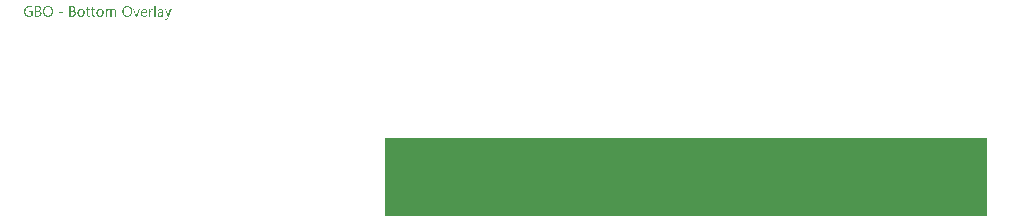
<source format=gbo>
G04*
G04 #@! TF.GenerationSoftware,Altium Limited,Altium Designer,22.2.1 (43)*
G04*
G04 Layer_Color=32896*
%FSLAX44Y44*%
%MOMM*%
G71*
G04*
G04 #@! TF.SameCoordinates,D623FA85-85CE-4992-9740-CC304F3E23A8*
G04*
G04*
G04 #@! TF.FilePolarity,Positive*
G04*
G01*
G75*
%ADD22R,51.0706X6.7000*%
G36*
X177874Y264631D02*
X178000Y264623D01*
X178149Y264615D01*
X178306Y264600D01*
X178486Y264576D01*
X178675Y264553D01*
X178871Y264521D01*
X179075Y264482D01*
X179279Y264435D01*
X179483Y264380D01*
X179687Y264317D01*
X179891Y264247D01*
X180079Y264160D01*
X180079Y263006D01*
X180064Y263014D01*
X180032Y263038D01*
X179970Y263069D01*
X179891Y263116D01*
X179781Y263163D01*
X179656Y263226D01*
X179514Y263281D01*
X179350Y263352D01*
X179177Y263415D01*
X178981Y263477D01*
X178769Y263532D01*
X178541Y263579D01*
X178298Y263626D01*
X178047Y263658D01*
X177788Y263681D01*
X177513Y263689D01*
X177450Y263689D01*
X177372Y263681D01*
X177262Y263674D01*
X177136Y263658D01*
X176987Y263634D01*
X176822Y263603D01*
X176642Y263564D01*
X176453Y263509D01*
X176257Y263438D01*
X176053Y263352D01*
X175841Y263250D01*
X175637Y263132D01*
X175441Y262999D01*
X175245Y262834D01*
X175056Y262653D01*
X175049Y262645D01*
X175017Y262606D01*
X174970Y262551D01*
X174907Y262465D01*
X174837Y262363D01*
X174750Y262245D01*
X174664Y262096D01*
X174578Y261931D01*
X174491Y261751D01*
X174405Y261547D01*
X174319Y261327D01*
X174248Y261091D01*
X174185Y260840D01*
X174138Y260573D01*
X174107Y260283D01*
X174099Y259985D01*
X174099Y259977D01*
X174099Y259969D01*
X174099Y259946D01*
X174099Y259914D01*
X174099Y259867D01*
X174107Y259820D01*
X174114Y259702D01*
X174122Y259561D01*
X174146Y259396D01*
X174170Y259216D01*
X174209Y259019D01*
X174256Y258808D01*
X174319Y258588D01*
X174389Y258368D01*
X174476Y258140D01*
X174578Y257921D01*
X174695Y257709D01*
X174829Y257505D01*
X174986Y257316D01*
X174994Y257308D01*
X175025Y257277D01*
X175080Y257230D01*
X175151Y257167D01*
X175237Y257097D01*
X175347Y257010D01*
X175472Y256924D01*
X175621Y256838D01*
X175786Y256743D01*
X175967Y256657D01*
X176163Y256579D01*
X176383Y256500D01*
X176610Y256437D01*
X176861Y256390D01*
X177120Y256359D01*
X177403Y256351D01*
X177505Y256351D01*
X177576Y256359D01*
X177670Y256367D01*
X177772Y256374D01*
X177890Y256382D01*
X178023Y256406D01*
X178157Y256422D01*
X178306Y256453D01*
X178604Y256523D01*
X178761Y256571D01*
X178910Y256633D01*
X179059Y256696D01*
X179208Y256767D01*
X179208Y259270D01*
X177254Y259270D01*
X177254Y260220D01*
X180260Y260220D01*
X180260Y256170D01*
X180244Y256162D01*
X180197Y256139D01*
X180127Y256100D01*
X180025Y256053D01*
X179899Y255998D01*
X179750Y255935D01*
X179577Y255864D01*
X179381Y255794D01*
X179169Y255723D01*
X178934Y255652D01*
X178690Y255590D01*
X178431Y255535D01*
X178157Y255487D01*
X177866Y255448D01*
X177576Y255425D01*
X177270Y255417D01*
X177183Y255417D01*
X177144Y255425D01*
X177089Y255425D01*
X177026Y255433D01*
X176956Y255433D01*
X176791Y255456D01*
X176602Y255480D01*
X176399Y255519D01*
X176171Y255574D01*
X175928Y255637D01*
X175676Y255715D01*
X175417Y255817D01*
X175158Y255935D01*
X174899Y256076D01*
X174648Y256241D01*
X174405Y256429D01*
X174177Y256641D01*
X174162Y256657D01*
X174130Y256696D01*
X174067Y256767D01*
X173997Y256869D01*
X173903Y256987D01*
X173808Y257136D01*
X173699Y257316D01*
X173589Y257512D01*
X173479Y257732D01*
X173369Y257983D01*
X173275Y258250D01*
X173181Y258541D01*
X173110Y258847D01*
X173047Y259184D01*
X173016Y259537D01*
X173000Y259906D01*
X173000Y259914D01*
X173000Y259930D01*
X173000Y259961D01*
X173000Y260000D01*
X173008Y260047D01*
X173008Y260110D01*
X173016Y260173D01*
X173024Y260252D01*
X173031Y260338D01*
X173039Y260424D01*
X173071Y260628D01*
X173110Y260864D01*
X173165Y261107D01*
X173235Y261374D01*
X173322Y261649D01*
X173424Y261931D01*
X173549Y262214D01*
X173706Y262496D01*
X173879Y262779D01*
X174083Y263046D01*
X174311Y263305D01*
X174326Y263320D01*
X174373Y263360D01*
X174444Y263430D01*
X174546Y263517D01*
X174680Y263611D01*
X174829Y263729D01*
X175009Y263846D01*
X175221Y263972D01*
X175449Y264097D01*
X175700Y264215D01*
X175967Y264333D01*
X176265Y264427D01*
X176579Y264513D01*
X176909Y264584D01*
X177262Y264623D01*
X177631Y264639D01*
X177772Y264639D01*
X177874Y264631D01*
X177874Y264631D02*
G37*
G36*
X249108Y262080D02*
X249155Y262080D01*
X249210Y262073D01*
X249343Y262049D01*
X249500Y262010D01*
X249681Y261955D01*
X249869Y261868D01*
X250065Y261766D01*
X250168Y261696D01*
X250262Y261625D01*
X250356Y261547D01*
X250450Y261452D01*
X250544Y261350D01*
X250630Y261241D01*
X250709Y261123D01*
X250788Y260989D01*
X250858Y260848D01*
X250921Y260691D01*
X250976Y260526D01*
X251031Y260346D01*
X251062Y260157D01*
X251094Y259946D01*
X251109Y259726D01*
X251117Y259490D01*
X251117Y255566D01*
X250097Y255566D01*
X250097Y259223D01*
X250097Y259239D01*
X250097Y259270D01*
X250097Y259326D01*
X250089Y259396D01*
X250089Y259482D01*
X250081Y259585D01*
X250073Y259694D01*
X250058Y259812D01*
X250018Y260063D01*
X249956Y260314D01*
X249924Y260440D01*
X249877Y260550D01*
X249822Y260660D01*
X249767Y260754D01*
X249767Y260762D01*
X249751Y260777D01*
X249736Y260801D01*
X249704Y260825D01*
X249673Y260864D01*
X249626Y260903D01*
X249571Y260942D01*
X249508Y260989D01*
X249438Y261036D01*
X249359Y261076D01*
X249265Y261115D01*
X249171Y261154D01*
X249061Y261178D01*
X248935Y261201D01*
X248810Y261217D01*
X248668Y261225D01*
X248606Y261225D01*
X248559Y261217D01*
X248504Y261209D01*
X248441Y261193D01*
X248284Y261154D01*
X248197Y261123D01*
X248111Y261076D01*
X248017Y261029D01*
X247931Y260974D01*
X247836Y260903D01*
X247742Y260825D01*
X247648Y260730D01*
X247562Y260628D01*
X247554Y260620D01*
X247546Y260605D01*
X247523Y260565D01*
X247491Y260526D01*
X247460Y260464D01*
X247421Y260393D01*
X247373Y260314D01*
X247334Y260228D01*
X247295Y260126D01*
X247248Y260016D01*
X247208Y259898D01*
X247177Y259773D01*
X247146Y259639D01*
X247130Y259498D01*
X247114Y259357D01*
X247106Y259200D01*
X247106Y255566D01*
X246086Y255566D01*
X246086Y259349D01*
X246086Y259357D01*
X246086Y259373D01*
X246086Y259396D01*
X246086Y259428D01*
X246078Y259475D01*
X246078Y259522D01*
X246063Y259639D01*
X246039Y259781D01*
X246008Y259946D01*
X245968Y260110D01*
X245906Y260291D01*
X245827Y260464D01*
X245733Y260628D01*
X245615Y260793D01*
X245474Y260934D01*
X245309Y261052D01*
X245215Y261099D01*
X245113Y261146D01*
X245003Y261178D01*
X244893Y261201D01*
X244768Y261217D01*
X244634Y261225D01*
X244571Y261225D01*
X244524Y261217D01*
X244461Y261209D01*
X244399Y261193D01*
X244242Y261154D01*
X244155Y261123D01*
X244069Y261084D01*
X243975Y261044D01*
X243881Y260989D01*
X243787Y260919D01*
X243692Y260848D01*
X243606Y260762D01*
X243520Y260660D01*
X243512Y260652D01*
X243504Y260636D01*
X243480Y260605D01*
X243449Y260558D01*
X243418Y260503D01*
X243386Y260440D01*
X243347Y260361D01*
X243308Y260267D01*
X243261Y260165D01*
X243221Y260055D01*
X243190Y259938D01*
X243159Y259812D01*
X243127Y259671D01*
X243104Y259522D01*
X243096Y259365D01*
X243088Y259200D01*
X243088Y255566D01*
X242068Y255566D01*
X242068Y261939D01*
X243088Y261939D01*
X243088Y260927D01*
X243112Y260927D01*
X243119Y260942D01*
X243143Y260974D01*
X243182Y261036D01*
X243237Y261107D01*
X243308Y261193D01*
X243394Y261296D01*
X243496Y261397D01*
X243614Y261507D01*
X243747Y261617D01*
X243896Y261719D01*
X244061Y261821D01*
X244234Y261908D01*
X244430Y261978D01*
X244642Y262041D01*
X244862Y262073D01*
X245097Y262088D01*
X245160Y262088D01*
X245207Y262080D01*
X245262Y262080D01*
X245333Y262073D01*
X245403Y262057D01*
X245482Y262041D01*
X245662Y262002D01*
X245851Y261931D01*
X246039Y261845D01*
X246133Y261782D01*
X246227Y261719D01*
X246235Y261711D01*
X246251Y261704D01*
X246275Y261680D01*
X246306Y261656D01*
X246392Y261570D01*
X246494Y261468D01*
X246604Y261327D01*
X246714Y261162D01*
X246816Y260974D01*
X246895Y260762D01*
X246903Y260777D01*
X246926Y260817D01*
X246973Y260887D01*
X247028Y260966D01*
X247106Y261068D01*
X247193Y261186D01*
X247303Y261303D01*
X247428Y261429D01*
X247570Y261547D01*
X247727Y261672D01*
X247899Y261782D01*
X248088Y261884D01*
X248300Y261963D01*
X248519Y262033D01*
X248763Y262073D01*
X249014Y262088D01*
X249069Y262088D01*
X249108Y262080D01*
X249108Y262080D02*
G37*
G36*
X281774Y262041D02*
X281860Y262041D01*
X281954Y262025D01*
X282056Y262010D01*
X282158Y261994D01*
X282245Y261963D01*
X282245Y260903D01*
X282229Y260911D01*
X282198Y260934D01*
X282135Y260966D01*
X282048Y261005D01*
X281931Y261044D01*
X281805Y261076D01*
X281648Y261099D01*
X281468Y261107D01*
X281405Y261107D01*
X281358Y261099D01*
X281303Y261091D01*
X281240Y261076D01*
X281091Y261029D01*
X281005Y260997D01*
X280918Y260958D01*
X280824Y260903D01*
X280730Y260848D01*
X280644Y260777D01*
X280549Y260691D01*
X280463Y260597D01*
X280377Y260487D01*
X280369Y260479D01*
X280361Y260456D01*
X280338Y260424D01*
X280306Y260377D01*
X280275Y260314D01*
X280236Y260236D01*
X280196Y260150D01*
X280157Y260047D01*
X280118Y259938D01*
X280079Y259812D01*
X280039Y259671D01*
X280008Y259522D01*
X279977Y259357D01*
X279953Y259184D01*
X279945Y259004D01*
X279937Y258808D01*
X279937Y255566D01*
X278917Y255566D01*
X278917Y261939D01*
X279937Y261939D01*
X279937Y260620D01*
X279961Y260620D01*
X279961Y260628D01*
X279969Y260652D01*
X279984Y260683D01*
X280000Y260730D01*
X280023Y260785D01*
X280055Y260856D01*
X280126Y261005D01*
X280220Y261178D01*
X280338Y261350D01*
X280471Y261515D01*
X280628Y261672D01*
X280636Y261680D01*
X280651Y261688D01*
X280675Y261704D01*
X280706Y261735D01*
X280746Y261758D01*
X280801Y261790D01*
X280918Y261861D01*
X281067Y261931D01*
X281240Y261994D01*
X281428Y262033D01*
X281530Y262041D01*
X281632Y262049D01*
X281695Y262049D01*
X281774Y262041D01*
X281774Y262041D02*
G37*
G36*
X205862Y258713D02*
X202464Y258713D01*
X202464Y259514D01*
X205862Y259514D01*
X205862Y258713D01*
X205862Y258713D02*
G37*
G36*
X295061Y254546D02*
X295061Y254538D01*
X295054Y254522D01*
X295038Y254499D01*
X295022Y254459D01*
X295007Y254412D01*
X294983Y254365D01*
X294920Y254240D01*
X294834Y254090D01*
X294740Y253918D01*
X294622Y253745D01*
X294489Y253557D01*
X294339Y253376D01*
X294175Y253196D01*
X293994Y253023D01*
X293798Y252874D01*
X293586Y252748D01*
X293476Y252701D01*
X293358Y252654D01*
X293241Y252615D01*
X293115Y252591D01*
X292989Y252576D01*
X292856Y252568D01*
X292793Y252568D01*
X292715Y252576D01*
X292621Y252576D01*
X292519Y252591D01*
X292409Y252607D01*
X292291Y252623D01*
X292189Y252654D01*
X292189Y253565D01*
X292205Y253557D01*
X292244Y253549D01*
X292307Y253533D01*
X292385Y253510D01*
X292479Y253486D01*
X292581Y253470D01*
X292691Y253463D01*
X292793Y253455D01*
X292825Y253455D01*
X292864Y253463D01*
X292919Y253470D01*
X292982Y253486D01*
X293060Y253502D01*
X293139Y253533D01*
X293233Y253572D01*
X293319Y253619D01*
X293421Y253682D01*
X293515Y253753D01*
X293610Y253839D01*
X293704Y253949D01*
X293798Y254067D01*
X293876Y254208D01*
X293955Y254373D01*
X294465Y255574D01*
X291977Y261939D01*
X293107Y261939D01*
X294834Y257034D01*
X294834Y257026D01*
X294842Y257010D01*
X294849Y256987D01*
X294865Y256940D01*
X294881Y256877D01*
X294897Y256790D01*
X294928Y256681D01*
X294959Y256547D01*
X294999Y256547D01*
X294999Y256555D01*
X295007Y256579D01*
X295014Y256610D01*
X295030Y256665D01*
X295046Y256728D01*
X295061Y256806D01*
X295093Y256908D01*
X295124Y257018D01*
X296937Y261939D01*
X297989Y261939D01*
X295061Y254546D01*
X295061Y254546D02*
G37*
G36*
X268619Y255566D02*
X267615Y255566D01*
X265205Y261939D01*
X266320Y261939D01*
X267945Y257308D01*
X267945Y257300D01*
X267952Y257285D01*
X267960Y257261D01*
X267976Y257222D01*
X267992Y257175D01*
X268007Y257128D01*
X268039Y257002D01*
X268078Y256869D01*
X268117Y256720D01*
X268141Y256563D01*
X268164Y256414D01*
X268188Y256414D01*
X268188Y256422D01*
X268188Y256437D01*
X268196Y256461D01*
X268204Y256492D01*
X268204Y256539D01*
X268219Y256586D01*
X268235Y256704D01*
X268266Y256838D01*
X268298Y256979D01*
X268345Y257128D01*
X268392Y257277D01*
X270079Y261939D01*
X271155Y261939D01*
X268619Y255566D01*
X268619Y255566D02*
G37*
G36*
X288845Y262080D02*
X288900Y262080D01*
X288955Y262073D01*
X289026Y262065D01*
X289104Y262049D01*
X289269Y262017D01*
X289465Y261963D01*
X289662Y261892D01*
X289874Y261790D01*
X290085Y261664D01*
X290187Y261594D01*
X290289Y261507D01*
X290384Y261413D01*
X290478Y261319D01*
X290564Y261209D01*
X290643Y261084D01*
X290721Y260958D01*
X290792Y260817D01*
X290847Y260660D01*
X290902Y260495D01*
X290941Y260322D01*
X290972Y260126D01*
X290988Y259930D01*
X290996Y259710D01*
X290996Y255566D01*
X289976Y255566D01*
X289976Y256555D01*
X289952Y256555D01*
X289944Y256539D01*
X289921Y256508D01*
X289881Y256453D01*
X289826Y256374D01*
X289756Y256288D01*
X289669Y256194D01*
X289575Y256092D01*
X289458Y255990D01*
X289324Y255880D01*
X289183Y255778D01*
X289018Y255684D01*
X288845Y255597D01*
X288649Y255519D01*
X288445Y255464D01*
X288225Y255433D01*
X287990Y255417D01*
X287896Y255417D01*
X287833Y255425D01*
X287754Y255433D01*
X287660Y255440D01*
X287558Y255456D01*
X287448Y255480D01*
X287205Y255542D01*
X287087Y255582D01*
X286962Y255629D01*
X286836Y255684D01*
X286718Y255754D01*
X286609Y255833D01*
X286499Y255919D01*
X286491Y255927D01*
X286475Y255943D01*
X286451Y255974D01*
X286412Y256013D01*
X286373Y256060D01*
X286334Y256123D01*
X286279Y256194D01*
X286232Y256272D01*
X286185Y256367D01*
X286138Y256469D01*
X286091Y256579D01*
X286051Y256696D01*
X286012Y256822D01*
X285989Y256955D01*
X285973Y257104D01*
X285965Y257253D01*
X285965Y257261D01*
X285965Y257277D01*
X285965Y257300D01*
X285973Y257332D01*
X285973Y257371D01*
X285981Y257418D01*
X285996Y257536D01*
X286028Y257677D01*
X286075Y257834D01*
X286138Y258007D01*
X286232Y258187D01*
X286342Y258368D01*
X286475Y258549D01*
X286561Y258635D01*
X286648Y258721D01*
X286750Y258808D01*
X286852Y258886D01*
X286970Y258964D01*
X287095Y259035D01*
X287229Y259098D01*
X287378Y259161D01*
X287535Y259216D01*
X287700Y259263D01*
X287880Y259302D01*
X288068Y259333D01*
X289976Y259600D01*
X289976Y259608D01*
X289976Y259616D01*
X289976Y259639D01*
X289976Y259671D01*
X289968Y259749D01*
X289952Y259851D01*
X289936Y259977D01*
X289905Y260118D01*
X289866Y260259D01*
X289811Y260416D01*
X289740Y260565D01*
X289654Y260715D01*
X289552Y260848D01*
X289426Y260974D01*
X289269Y261076D01*
X289097Y261154D01*
X289002Y261186D01*
X288892Y261209D01*
X288783Y261217D01*
X288665Y261225D01*
X288610Y261225D01*
X288555Y261217D01*
X288469Y261209D01*
X288367Y261201D01*
X288249Y261186D01*
X288116Y261162D01*
X287974Y261131D01*
X287817Y261084D01*
X287652Y261036D01*
X287480Y260974D01*
X287299Y260895D01*
X287119Y260801D01*
X286938Y260699D01*
X286758Y260581D01*
X286585Y260440D01*
X286585Y261484D01*
X286593Y261492D01*
X286624Y261507D01*
X286679Y261539D01*
X286750Y261578D01*
X286844Y261625D01*
X286946Y261672D01*
X287072Y261727D01*
X287213Y261790D01*
X287362Y261845D01*
X287527Y261900D01*
X287707Y261947D01*
X287896Y261994D01*
X288100Y262033D01*
X288304Y262065D01*
X288524Y262080D01*
X288751Y262088D01*
X288806Y262088D01*
X288845Y262080D01*
X288845Y262080D02*
G37*
G36*
X284372Y255566D02*
X283351Y255566D01*
X283351Y265000D01*
X284372Y265000D01*
X284372Y255566D01*
X284372Y255566D02*
G37*
G36*
X214056Y264482D02*
X214150Y264474D01*
X214260Y264459D01*
X214386Y264443D01*
X214527Y264419D01*
X214668Y264388D01*
X214817Y264349D01*
X214974Y264301D01*
X215124Y264247D01*
X215280Y264184D01*
X215422Y264105D01*
X215563Y264019D01*
X215696Y263917D01*
X215704Y263909D01*
X215728Y263893D01*
X215759Y263862D01*
X215798Y263815D01*
X215853Y263760D01*
X215908Y263689D01*
X215971Y263611D01*
X216034Y263524D01*
X216097Y263422D01*
X216159Y263313D01*
X216214Y263187D01*
X216269Y263061D01*
X216309Y262920D01*
X216340Y262771D01*
X216364Y262614D01*
X216371Y262449D01*
X216371Y262441D01*
X216371Y262418D01*
X216371Y262379D01*
X216364Y262324D01*
X216356Y262253D01*
X216348Y262182D01*
X216340Y262096D01*
X216324Y262002D01*
X216269Y261790D01*
X216199Y261570D01*
X216152Y261452D01*
X216097Y261343D01*
X216034Y261233D01*
X215963Y261123D01*
X215955Y261115D01*
X215948Y261099D01*
X215924Y261068D01*
X215885Y261029D01*
X215846Y260989D01*
X215798Y260934D01*
X215736Y260879D01*
X215673Y260817D01*
X215594Y260754D01*
X215508Y260683D01*
X215414Y260620D01*
X215312Y260550D01*
X215202Y260487D01*
X215092Y260432D01*
X214833Y260330D01*
X214833Y260306D01*
X214841Y260306D01*
X214872Y260299D01*
X214919Y260291D01*
X214982Y260283D01*
X215061Y260267D01*
X215147Y260244D01*
X215249Y260212D01*
X215351Y260181D01*
X215579Y260095D01*
X215704Y260040D01*
X215822Y259969D01*
X215940Y259898D01*
X216057Y259820D01*
X216175Y259726D01*
X216277Y259624D01*
X216285Y259616D01*
X216301Y259600D01*
X216324Y259569D01*
X216364Y259522D01*
X216403Y259459D01*
X216450Y259396D01*
X216497Y259310D01*
X216552Y259223D01*
X216599Y259121D01*
X216646Y259004D01*
X216693Y258886D01*
X216732Y258752D01*
X216772Y258603D01*
X216795Y258454D01*
X216811Y258297D01*
X216819Y258125D01*
X216819Y258109D01*
X216819Y258078D01*
X216811Y258015D01*
X216803Y257936D01*
X216795Y257834D01*
X216772Y257724D01*
X216748Y257599D01*
X216717Y257465D01*
X216670Y257316D01*
X216615Y257167D01*
X216552Y257018D01*
X216473Y256861D01*
X216379Y256704D01*
X216269Y256555D01*
X216144Y256414D01*
X215995Y256272D01*
X215987Y256264D01*
X215955Y256241D01*
X215908Y256210D01*
X215846Y256162D01*
X215767Y256108D01*
X215665Y256053D01*
X215555Y255982D01*
X215430Y255919D01*
X215280Y255856D01*
X215124Y255794D01*
X214959Y255731D01*
X214770Y255676D01*
X214574Y255629D01*
X214370Y255597D01*
X214150Y255574D01*
X213923Y255566D01*
X211325Y255566D01*
X211325Y264490D01*
X213970Y264490D01*
X214056Y264482D01*
X214056Y264482D02*
G37*
G36*
X185063Y264482D02*
X185158Y264474D01*
X185267Y264459D01*
X185393Y264443D01*
X185534Y264419D01*
X185676Y264388D01*
X185825Y264349D01*
X185982Y264301D01*
X186131Y264247D01*
X186288Y264184D01*
X186429Y264105D01*
X186570Y264019D01*
X186704Y263917D01*
X186712Y263909D01*
X186735Y263893D01*
X186766Y263862D01*
X186806Y263815D01*
X186861Y263760D01*
X186916Y263689D01*
X186978Y263611D01*
X187041Y263524D01*
X187104Y263422D01*
X187167Y263313D01*
X187222Y263187D01*
X187277Y263061D01*
X187316Y262920D01*
X187347Y262771D01*
X187371Y262614D01*
X187379Y262449D01*
X187379Y262441D01*
X187379Y262418D01*
X187379Y262379D01*
X187371Y262324D01*
X187363Y262253D01*
X187355Y262182D01*
X187347Y262096D01*
X187332Y262002D01*
X187277Y261790D01*
X187206Y261570D01*
X187159Y261452D01*
X187104Y261343D01*
X187041Y261233D01*
X186971Y261123D01*
X186963Y261115D01*
X186955Y261099D01*
X186931Y261068D01*
X186892Y261029D01*
X186853Y260989D01*
X186806Y260934D01*
X186743Y260879D01*
X186680Y260817D01*
X186602Y260754D01*
X186515Y260683D01*
X186421Y260620D01*
X186319Y260550D01*
X186209Y260487D01*
X186099Y260432D01*
X185840Y260330D01*
X185840Y260306D01*
X185848Y260306D01*
X185880Y260299D01*
X185927Y260291D01*
X185989Y260283D01*
X186068Y260267D01*
X186154Y260244D01*
X186256Y260212D01*
X186358Y260181D01*
X186586Y260095D01*
X186712Y260040D01*
X186829Y259969D01*
X186947Y259898D01*
X187065Y259820D01*
X187183Y259726D01*
X187285Y259624D01*
X187292Y259616D01*
X187308Y259600D01*
X187332Y259569D01*
X187371Y259522D01*
X187410Y259459D01*
X187457Y259396D01*
X187504Y259310D01*
X187559Y259223D01*
X187606Y259121D01*
X187653Y259004D01*
X187701Y258886D01*
X187740Y258752D01*
X187779Y258603D01*
X187803Y258454D01*
X187818Y258297D01*
X187826Y258125D01*
X187826Y258109D01*
X187826Y258078D01*
X187818Y258015D01*
X187810Y257936D01*
X187803Y257834D01*
X187779Y257724D01*
X187755Y257599D01*
X187724Y257465D01*
X187677Y257316D01*
X187622Y257167D01*
X187559Y257018D01*
X187481Y256861D01*
X187386Y256704D01*
X187277Y256555D01*
X187151Y256414D01*
X187002Y256272D01*
X186994Y256264D01*
X186963Y256241D01*
X186916Y256210D01*
X186853Y256162D01*
X186774Y256108D01*
X186672Y256053D01*
X186562Y255982D01*
X186437Y255919D01*
X186288Y255856D01*
X186131Y255794D01*
X185966Y255731D01*
X185778Y255676D01*
X185581Y255629D01*
X185377Y255597D01*
X185158Y255574D01*
X184930Y255566D01*
X182332Y255566D01*
X182332Y264490D01*
X184977Y264490D01*
X185063Y264482D01*
X185063Y264482D02*
G37*
G36*
X231629Y261939D02*
X233238Y261939D01*
X233238Y261060D01*
X231629Y261060D01*
X231629Y257473D01*
X231629Y257465D01*
X231629Y257442D01*
X231629Y257410D01*
X231629Y257371D01*
X231637Y257316D01*
X231645Y257253D01*
X231660Y257120D01*
X231684Y256963D01*
X231723Y256814D01*
X231778Y256673D01*
X231810Y256610D01*
X231849Y256555D01*
X231857Y256547D01*
X231888Y256516D01*
X231943Y256469D01*
X232022Y256422D01*
X232124Y256367D01*
X232249Y256327D01*
X232398Y256296D01*
X232571Y256280D01*
X232634Y256280D01*
X232704Y256288D01*
X232799Y256304D01*
X232901Y256335D01*
X233018Y256367D01*
X233128Y256422D01*
X233238Y256492D01*
X233238Y255621D01*
X233230Y255621D01*
X233222Y255613D01*
X233199Y255605D01*
X233175Y255590D01*
X233089Y255558D01*
X232987Y255527D01*
X232846Y255495D01*
X232681Y255464D01*
X232492Y255440D01*
X232281Y255433D01*
X232210Y255433D01*
X232124Y255448D01*
X232022Y255464D01*
X231896Y255487D01*
X231755Y255535D01*
X231598Y255590D01*
X231449Y255668D01*
X231292Y255762D01*
X231135Y255888D01*
X230993Y256037D01*
X230931Y256123D01*
X230868Y256217D01*
X230813Y256320D01*
X230766Y256429D01*
X230719Y256547D01*
X230679Y256681D01*
X230648Y256814D01*
X230625Y256963D01*
X230617Y257120D01*
X230609Y257293D01*
X230609Y261060D01*
X229518Y261060D01*
X229518Y261939D01*
X230609Y261939D01*
X230609Y263493D01*
X231629Y263823D01*
X231629Y261939D01*
X231629Y261939D02*
G37*
G36*
X227312Y261939D02*
X228921Y261939D01*
X228921Y261060D01*
X227312Y261060D01*
X227312Y257473D01*
X227312Y257465D01*
X227312Y257442D01*
X227312Y257410D01*
X227312Y257371D01*
X227320Y257316D01*
X227328Y257253D01*
X227344Y257120D01*
X227367Y256963D01*
X227407Y256814D01*
X227461Y256673D01*
X227493Y256610D01*
X227532Y256555D01*
X227540Y256547D01*
X227571Y256516D01*
X227626Y256469D01*
X227705Y256422D01*
X227807Y256367D01*
X227932Y256327D01*
X228081Y256296D01*
X228254Y256280D01*
X228317Y256280D01*
X228388Y256288D01*
X228482Y256304D01*
X228584Y256335D01*
X228701Y256367D01*
X228811Y256422D01*
X228921Y256492D01*
X228921Y255621D01*
X228913Y255621D01*
X228906Y255613D01*
X228882Y255605D01*
X228859Y255590D01*
X228772Y255558D01*
X228670Y255527D01*
X228529Y255495D01*
X228364Y255464D01*
X228176Y255440D01*
X227964Y255433D01*
X227893Y255433D01*
X227807Y255448D01*
X227705Y255464D01*
X227579Y255487D01*
X227438Y255535D01*
X227281Y255590D01*
X227132Y255668D01*
X226975Y255762D01*
X226818Y255888D01*
X226677Y256037D01*
X226614Y256123D01*
X226551Y256217D01*
X226496Y256320D01*
X226449Y256429D01*
X226402Y256547D01*
X226363Y256681D01*
X226331Y256814D01*
X226308Y256963D01*
X226300Y257120D01*
X226292Y257293D01*
X226292Y261060D01*
X225201Y261060D01*
X225201Y261939D01*
X226292Y261939D01*
X226292Y263493D01*
X227312Y263823D01*
X227312Y261939D01*
X227312Y261939D02*
G37*
G36*
X274875Y262080D02*
X274961Y262073D01*
X275071Y262065D01*
X275189Y262049D01*
X275322Y262017D01*
X275464Y261986D01*
X275620Y261947D01*
X275777Y261892D01*
X275934Y261821D01*
X276099Y261743D01*
X276256Y261649D01*
X276405Y261539D01*
X276555Y261413D01*
X276688Y261272D01*
X276696Y261264D01*
X276719Y261233D01*
X276751Y261186D01*
X276798Y261123D01*
X276845Y261044D01*
X276908Y260942D01*
X276970Y260825D01*
X277033Y260691D01*
X277096Y260534D01*
X277159Y260369D01*
X277222Y260181D01*
X277269Y259985D01*
X277316Y259765D01*
X277347Y259537D01*
X277371Y259286D01*
X277379Y259027D01*
X277379Y258493D01*
X272873Y258493D01*
X272873Y258478D01*
X272873Y258446D01*
X272881Y258391D01*
X272889Y258321D01*
X272897Y258227D01*
X272913Y258125D01*
X272928Y258015D01*
X272960Y257889D01*
X273030Y257622D01*
X273078Y257489D01*
X273132Y257348D01*
X273195Y257214D01*
X273266Y257081D01*
X273352Y256963D01*
X273446Y256845D01*
X273454Y256838D01*
X273470Y256822D01*
X273501Y256790D01*
X273548Y256759D01*
X273603Y256712D01*
X273674Y256665D01*
X273752Y256610D01*
X273839Y256563D01*
X273941Y256508D01*
X274059Y256453D01*
X274176Y256406D01*
X274318Y256359D01*
X274459Y256327D01*
X274616Y256296D01*
X274781Y256280D01*
X274953Y256272D01*
X275000Y256272D01*
X275055Y256280D01*
X275134Y256280D01*
X275228Y256296D01*
X275338Y256312D01*
X275464Y256335D01*
X275605Y256359D01*
X275754Y256398D01*
X275911Y256445D01*
X276076Y256500D01*
X276241Y256571D01*
X276413Y256649D01*
X276586Y256743D01*
X276758Y256853D01*
X276931Y256979D01*
X276931Y256021D01*
X276923Y256013D01*
X276892Y255998D01*
X276845Y255966D01*
X276782Y255927D01*
X276696Y255880D01*
X276594Y255833D01*
X276476Y255778D01*
X276343Y255723D01*
X276186Y255660D01*
X276021Y255605D01*
X275840Y255558D01*
X275644Y255511D01*
X275432Y255472D01*
X275205Y255440D01*
X274961Y255425D01*
X274710Y255417D01*
X274647Y255417D01*
X274585Y255425D01*
X274490Y255433D01*
X274373Y255440D01*
X274239Y255464D01*
X274098Y255487D01*
X273941Y255527D01*
X273776Y255574D01*
X273603Y255629D01*
X273423Y255699D01*
X273250Y255778D01*
X273070Y255880D01*
X272905Y255998D01*
X272740Y256131D01*
X272591Y256280D01*
X272583Y256288D01*
X272560Y256320D01*
X272520Y256374D01*
X272473Y256445D01*
X272410Y256531D01*
X272348Y256641D01*
X272277Y256767D01*
X272206Y256916D01*
X272136Y257073D01*
X272065Y257261D01*
X272002Y257458D01*
X271940Y257677D01*
X271892Y257913D01*
X271853Y258164D01*
X271830Y258439D01*
X271822Y258721D01*
X271822Y258729D01*
X271822Y258737D01*
X271822Y258760D01*
X271822Y258784D01*
X271830Y258862D01*
X271838Y258972D01*
X271845Y259098D01*
X271869Y259239D01*
X271892Y259404D01*
X271924Y259585D01*
X271971Y259773D01*
X272026Y259969D01*
X272097Y260173D01*
X272175Y260377D01*
X272269Y260573D01*
X272387Y260777D01*
X272512Y260966D01*
X272662Y261146D01*
X272669Y261154D01*
X272701Y261186D01*
X272748Y261233D01*
X272811Y261296D01*
X272897Y261366D01*
X272999Y261445D01*
X273109Y261531D01*
X273242Y261617D01*
X273384Y261704D01*
X273548Y261790D01*
X273721Y261868D01*
X273902Y261939D01*
X274098Y262002D01*
X274310Y262049D01*
X274529Y262080D01*
X274757Y262088D01*
X274812Y262088D01*
X274875Y262080D01*
X274875Y262080D02*
G37*
G36*
X260551Y264631D02*
X260606Y264631D01*
X260661Y264623D01*
X260732Y264623D01*
X260889Y264600D01*
X261069Y264576D01*
X261273Y264537D01*
X261493Y264482D01*
X261721Y264419D01*
X261964Y264333D01*
X262207Y264231D01*
X262458Y264113D01*
X262710Y263972D01*
X262945Y263807D01*
X263180Y263611D01*
X263400Y263391D01*
X263416Y263375D01*
X263447Y263336D01*
X263502Y263265D01*
X263581Y263163D01*
X263659Y263038D01*
X263761Y262889D01*
X263863Y262716D01*
X263965Y262520D01*
X264067Y262292D01*
X264169Y262049D01*
X264271Y261782D01*
X264358Y261492D01*
X264428Y261178D01*
X264483Y260848D01*
X264515Y260503D01*
X264530Y260134D01*
X264530Y260126D01*
X264530Y260110D01*
X264530Y260079D01*
X264530Y260040D01*
X264523Y259985D01*
X264523Y259922D01*
X264515Y259851D01*
X264515Y259773D01*
X264507Y259687D01*
X264499Y259592D01*
X264468Y259380D01*
X264436Y259137D01*
X264389Y258886D01*
X264326Y258611D01*
X264248Y258329D01*
X264154Y258046D01*
X264044Y257756D01*
X263910Y257473D01*
X263753Y257191D01*
X263573Y256932D01*
X263369Y256681D01*
X263353Y256665D01*
X263314Y256625D01*
X263251Y256563D01*
X263157Y256484D01*
X263039Y256390D01*
X262898Y256280D01*
X262741Y256170D01*
X262553Y256053D01*
X262341Y255935D01*
X262105Y255817D01*
X261854Y255707D01*
X261579Y255613D01*
X261281Y255535D01*
X260967Y255472D01*
X260630Y255433D01*
X260277Y255417D01*
X260190Y255417D01*
X260151Y255425D01*
X260096Y255425D01*
X260033Y255433D01*
X259963Y255440D01*
X259798Y255456D01*
X259617Y255480D01*
X259405Y255519D01*
X259186Y255574D01*
X258942Y255637D01*
X258699Y255723D01*
X258448Y255825D01*
X258189Y255943D01*
X257938Y256084D01*
X257694Y256257D01*
X257451Y256445D01*
X257231Y256665D01*
X257215Y256681D01*
X257184Y256720D01*
X257129Y256790D01*
X257051Y256892D01*
X256964Y257018D01*
X256870Y257167D01*
X256768Y257340D01*
X256666Y257544D01*
X256556Y257764D01*
X256454Y258007D01*
X256360Y258274D01*
X256274Y258564D01*
X256195Y258878D01*
X256140Y259208D01*
X256109Y259553D01*
X256093Y259922D01*
X256093Y259930D01*
X256093Y259946D01*
X256093Y259977D01*
X256093Y260016D01*
X256101Y260071D01*
X256101Y260126D01*
X256109Y260197D01*
X256109Y260275D01*
X256117Y260361D01*
X256132Y260464D01*
X256156Y260668D01*
X256187Y260903D01*
X256242Y261154D01*
X256297Y261429D01*
X256376Y261704D01*
X256470Y261986D01*
X256580Y262276D01*
X256713Y262559D01*
X256870Y262834D01*
X257051Y263101D01*
X257255Y263352D01*
X257271Y263368D01*
X257310Y263407D01*
X257372Y263470D01*
X257467Y263556D01*
X257584Y263650D01*
X257733Y263760D01*
X257898Y263878D01*
X258087Y263995D01*
X258307Y264113D01*
X258542Y264231D01*
X258801Y264341D01*
X259083Y264435D01*
X259390Y264521D01*
X259711Y264584D01*
X260057Y264623D01*
X260426Y264639D01*
X260504Y264639D01*
X260551Y264631D01*
X260551Y264631D02*
G37*
G36*
X237547Y262080D02*
X237649Y262073D01*
X237767Y262065D01*
X237908Y262041D01*
X238057Y262017D01*
X238222Y261978D01*
X238402Y261931D01*
X238583Y261876D01*
X238764Y261806D01*
X238952Y261719D01*
X239132Y261617D01*
X239313Y261500D01*
X239478Y261366D01*
X239635Y261209D01*
X239643Y261201D01*
X239666Y261170D01*
X239705Y261115D01*
X239760Y261044D01*
X239823Y260958D01*
X239886Y260848D01*
X239964Y260723D01*
X240035Y260573D01*
X240113Y260409D01*
X240184Y260228D01*
X240247Y260032D01*
X240310Y259812D01*
X240365Y259577D01*
X240404Y259326D01*
X240427Y259059D01*
X240435Y258776D01*
X240435Y258768D01*
X240435Y258760D01*
X240435Y258737D01*
X240435Y258705D01*
X240427Y258627D01*
X240420Y258525D01*
X240412Y258391D01*
X240388Y258242D01*
X240365Y258078D01*
X240325Y257897D01*
X240278Y257709D01*
X240223Y257505D01*
X240153Y257300D01*
X240074Y257097D01*
X239972Y256892D01*
X239854Y256696D01*
X239721Y256508D01*
X239572Y256327D01*
X239564Y256320D01*
X239533Y256288D01*
X239485Y256241D01*
X239415Y256186D01*
X239329Y256115D01*
X239226Y256037D01*
X239101Y255958D01*
X238960Y255872D01*
X238803Y255786D01*
X238630Y255707D01*
X238442Y255629D01*
X238238Y255558D01*
X238010Y255503D01*
X237775Y255456D01*
X237531Y255425D01*
X237264Y255417D01*
X237202Y255417D01*
X237131Y255425D01*
X237029Y255433D01*
X236911Y255440D01*
X236770Y255464D01*
X236621Y255487D01*
X236456Y255527D01*
X236275Y255574D01*
X236095Y255637D01*
X235907Y255707D01*
X235718Y255794D01*
X235530Y255896D01*
X235341Y256013D01*
X235169Y256147D01*
X235004Y256304D01*
X234996Y256312D01*
X234965Y256343D01*
X234925Y256398D01*
X234870Y256469D01*
X234808Y256555D01*
X234737Y256665D01*
X234667Y256790D01*
X234588Y256940D01*
X234510Y257097D01*
X234431Y257277D01*
X234360Y257473D01*
X234298Y257685D01*
X234243Y257905D01*
X234203Y258148D01*
X234172Y258407D01*
X234164Y258674D01*
X234164Y258682D01*
X234164Y258690D01*
X234164Y258713D01*
X234164Y258745D01*
X234172Y258831D01*
X234180Y258941D01*
X234188Y259074D01*
X234211Y259231D01*
X234235Y259404D01*
X234274Y259592D01*
X234321Y259788D01*
X234376Y259993D01*
X234447Y260205D01*
X234533Y260416D01*
X234635Y260620D01*
X234745Y260817D01*
X234878Y261005D01*
X235035Y261186D01*
X235043Y261193D01*
X235075Y261225D01*
X235130Y261272D01*
X235200Y261327D01*
X235287Y261397D01*
X235396Y261468D01*
X235522Y261555D01*
X235663Y261641D01*
X235820Y261719D01*
X236001Y261806D01*
X236197Y261876D01*
X236409Y261947D01*
X236637Y262002D01*
X236880Y262049D01*
X237139Y262080D01*
X237414Y262088D01*
X237476Y262088D01*
X237547Y262080D01*
X237547Y262080D02*
G37*
G36*
X221442Y262080D02*
X221544Y262073D01*
X221661Y262065D01*
X221803Y262041D01*
X221952Y262017D01*
X222117Y261978D01*
X222297Y261931D01*
X222478Y261876D01*
X222658Y261806D01*
X222847Y261719D01*
X223027Y261617D01*
X223207Y261500D01*
X223372Y261366D01*
X223529Y261209D01*
X223537Y261201D01*
X223561Y261170D01*
X223600Y261115D01*
X223655Y261044D01*
X223718Y260958D01*
X223780Y260848D01*
X223859Y260723D01*
X223930Y260573D01*
X224008Y260409D01*
X224079Y260228D01*
X224142Y260032D01*
X224204Y259812D01*
X224259Y259577D01*
X224298Y259326D01*
X224322Y259059D01*
X224330Y258776D01*
X224330Y258768D01*
X224330Y258760D01*
X224330Y258737D01*
X224330Y258705D01*
X224322Y258627D01*
X224314Y258525D01*
X224306Y258391D01*
X224283Y258242D01*
X224259Y258078D01*
X224220Y257897D01*
X224173Y257709D01*
X224118Y257505D01*
X224047Y257300D01*
X223969Y257097D01*
X223867Y256892D01*
X223749Y256696D01*
X223616Y256508D01*
X223466Y256327D01*
X223459Y256320D01*
X223427Y256288D01*
X223380Y256241D01*
X223310Y256186D01*
X223223Y256115D01*
X223121Y256037D01*
X222996Y255958D01*
X222854Y255872D01*
X222697Y255786D01*
X222525Y255707D01*
X222336Y255629D01*
X222132Y255558D01*
X221905Y255503D01*
X221669Y255456D01*
X221426Y255425D01*
X221159Y255417D01*
X221096Y255417D01*
X221026Y255425D01*
X220924Y255433D01*
X220806Y255440D01*
X220665Y255464D01*
X220515Y255487D01*
X220351Y255527D01*
X220170Y255574D01*
X219990Y255637D01*
X219801Y255707D01*
X219613Y255794D01*
X219424Y255896D01*
X219236Y256013D01*
X219063Y256147D01*
X218899Y256304D01*
X218891Y256312D01*
X218859Y256343D01*
X218820Y256398D01*
X218765Y256469D01*
X218702Y256555D01*
X218632Y256665D01*
X218561Y256790D01*
X218483Y256940D01*
X218404Y257097D01*
X218326Y257277D01*
X218255Y257473D01*
X218192Y257685D01*
X218137Y257905D01*
X218098Y258148D01*
X218067Y258407D01*
X218059Y258674D01*
X218059Y258682D01*
X218059Y258690D01*
X218059Y258713D01*
X218059Y258745D01*
X218067Y258831D01*
X218074Y258941D01*
X218082Y259074D01*
X218106Y259231D01*
X218130Y259404D01*
X218169Y259592D01*
X218216Y259788D01*
X218271Y259993D01*
X218341Y260205D01*
X218428Y260416D01*
X218530Y260620D01*
X218640Y260817D01*
X218773Y261005D01*
X218930Y261186D01*
X218938Y261193D01*
X218969Y261225D01*
X219024Y261272D01*
X219095Y261327D01*
X219181Y261397D01*
X219291Y261468D01*
X219417Y261555D01*
X219558Y261641D01*
X219715Y261719D01*
X219895Y261806D01*
X220092Y261876D01*
X220303Y261947D01*
X220531Y262002D01*
X220774Y262049D01*
X221033Y262080D01*
X221308Y262088D01*
X221371Y262088D01*
X221442Y262080D01*
X221442Y262080D02*
G37*
G36*
X193508Y264631D02*
X193563Y264631D01*
X193618Y264623D01*
X193689Y264623D01*
X193846Y264600D01*
X194026Y264576D01*
X194230Y264537D01*
X194450Y264482D01*
X194678Y264419D01*
X194921Y264333D01*
X195165Y264231D01*
X195416Y264113D01*
X195667Y263972D01*
X195902Y263807D01*
X196138Y263611D01*
X196357Y263391D01*
X196373Y263375D01*
X196405Y263336D01*
X196460Y263265D01*
X196538Y263163D01*
X196616Y263038D01*
X196719Y262889D01*
X196821Y262716D01*
X196923Y262520D01*
X197025Y262292D01*
X197127Y262049D01*
X197229Y261782D01*
X197315Y261492D01*
X197386Y261178D01*
X197441Y260848D01*
X197472Y260503D01*
X197488Y260134D01*
X197488Y260126D01*
X197488Y260110D01*
X197488Y260079D01*
X197488Y260040D01*
X197480Y259985D01*
X197480Y259922D01*
X197472Y259851D01*
X197472Y259773D01*
X197464Y259687D01*
X197456Y259592D01*
X197425Y259380D01*
X197393Y259137D01*
X197346Y258886D01*
X197284Y258611D01*
X197205Y258329D01*
X197111Y258046D01*
X197001Y257756D01*
X196868Y257473D01*
X196711Y257191D01*
X196530Y256932D01*
X196326Y256681D01*
X196310Y256665D01*
X196271Y256625D01*
X196208Y256563D01*
X196114Y256484D01*
X195996Y256390D01*
X195855Y256280D01*
X195698Y256170D01*
X195510Y256053D01*
X195298Y255935D01*
X195062Y255817D01*
X194811Y255707D01*
X194537Y255613D01*
X194238Y255535D01*
X193924Y255472D01*
X193587Y255433D01*
X193234Y255417D01*
X193147Y255417D01*
X193108Y255425D01*
X193053Y255425D01*
X192990Y255433D01*
X192920Y255440D01*
X192755Y255456D01*
X192574Y255480D01*
X192362Y255519D01*
X192143Y255574D01*
X191900Y255637D01*
X191656Y255723D01*
X191405Y255825D01*
X191146Y255943D01*
X190895Y256084D01*
X190651Y256257D01*
X190408Y256445D01*
X190189Y256665D01*
X190173Y256681D01*
X190141Y256720D01*
X190086Y256790D01*
X190008Y256892D01*
X189922Y257018D01*
X189827Y257167D01*
X189725Y257340D01*
X189623Y257544D01*
X189513Y257764D01*
X189412Y258007D01*
X189317Y258274D01*
X189231Y258564D01*
X189153Y258878D01*
X189097Y259208D01*
X189066Y259553D01*
X189050Y259922D01*
X189050Y259930D01*
X189050Y259946D01*
X189050Y259977D01*
X189050Y260016D01*
X189058Y260071D01*
X189058Y260126D01*
X189066Y260197D01*
X189066Y260275D01*
X189074Y260361D01*
X189090Y260464D01*
X189113Y260668D01*
X189145Y260903D01*
X189200Y261154D01*
X189254Y261429D01*
X189333Y261704D01*
X189427Y261986D01*
X189537Y262276D01*
X189671Y262559D01*
X189827Y262834D01*
X190008Y263101D01*
X190212Y263352D01*
X190228Y263368D01*
X190267Y263407D01*
X190330Y263470D01*
X190424Y263556D01*
X190542Y263650D01*
X190691Y263760D01*
X190856Y263878D01*
X191044Y263995D01*
X191264Y264113D01*
X191499Y264231D01*
X191758Y264341D01*
X192041Y264435D01*
X192347Y264521D01*
X192669Y264584D01*
X193014Y264623D01*
X193383Y264639D01*
X193461Y264639D01*
X193508Y264631D01*
X193508Y264631D02*
G37*
%LPC*%
G36*
X289976Y258784D02*
X288437Y258572D01*
X288429Y258572D01*
X288406Y258564D01*
X288367Y258564D01*
X288319Y258556D01*
X288265Y258541D01*
X288194Y258525D01*
X288037Y258493D01*
X287864Y258446D01*
X287692Y258384D01*
X287519Y258305D01*
X287440Y258266D01*
X287370Y258219D01*
X287354Y258203D01*
X287315Y258172D01*
X287252Y258109D01*
X287189Y258015D01*
X287127Y257889D01*
X287095Y257819D01*
X287064Y257740D01*
X287040Y257654D01*
X287024Y257552D01*
X287017Y257450D01*
X287009Y257332D01*
X287009Y257324D01*
X287009Y257308D01*
X287009Y257285D01*
X287017Y257253D01*
X287024Y257167D01*
X287048Y257057D01*
X287087Y256940D01*
X287150Y256806D01*
X287229Y256681D01*
X287338Y256563D01*
X287346Y256563D01*
X287354Y256547D01*
X287401Y256516D01*
X287472Y256469D01*
X287574Y256422D01*
X287707Y256367D01*
X287856Y256320D01*
X288037Y256288D01*
X288233Y256272D01*
X288304Y256272D01*
X288359Y256280D01*
X288421Y256288D01*
X288500Y256304D01*
X288578Y256320D01*
X288673Y256343D01*
X288869Y256406D01*
X288971Y256445D01*
X289081Y256500D01*
X289183Y256563D01*
X289285Y256633D01*
X289387Y256712D01*
X289481Y256806D01*
X289489Y256814D01*
X289505Y256830D01*
X289528Y256861D01*
X289560Y256900D01*
X289599Y256955D01*
X289638Y257018D01*
X289685Y257089D01*
X289732Y257175D01*
X289771Y257269D01*
X289819Y257371D01*
X289858Y257481D01*
X289897Y257599D01*
X289928Y257724D01*
X289952Y257858D01*
X289968Y257999D01*
X289976Y258148D01*
X289976Y258784D01*
X289976Y258784D02*
G37*
G36*
X213726Y263540D02*
X212369Y263540D01*
X212369Y260660D01*
X213522Y260660D01*
X213577Y260668D01*
X213648Y260675D01*
X213734Y260683D01*
X213829Y260691D01*
X213930Y260715D01*
X214142Y260762D01*
X214370Y260832D01*
X214480Y260879D01*
X214590Y260934D01*
X214692Y260997D01*
X214786Y261068D01*
X214794Y261076D01*
X214809Y261084D01*
X214833Y261115D01*
X214865Y261146D01*
X214904Y261186D01*
X214943Y261241D01*
X214990Y261303D01*
X215037Y261374D01*
X215076Y261452D01*
X215124Y261539D01*
X215163Y261633D01*
X215202Y261735D01*
X215233Y261853D01*
X215257Y261970D01*
X215273Y262104D01*
X215280Y262237D01*
X215280Y262253D01*
X215280Y262292D01*
X215273Y262355D01*
X215257Y262441D01*
X215226Y262543D01*
X215194Y262653D01*
X215139Y262771D01*
X215068Y262889D01*
X214974Y263014D01*
X214865Y263132D01*
X214723Y263242D01*
X214558Y263336D01*
X214464Y263383D01*
X214362Y263422D01*
X214252Y263454D01*
X214135Y263485D01*
X214009Y263509D01*
X213868Y263524D01*
X213726Y263540D01*
X213726Y263540D02*
G37*
G36*
X213569Y259718D02*
X212369Y259718D01*
X212369Y256508D01*
X213876Y256508D01*
X213938Y256516D01*
X214017Y256523D01*
X214103Y256531D01*
X214205Y256547D01*
X214315Y256563D01*
X214543Y256610D01*
X214778Y256688D01*
X214896Y256743D01*
X215006Y256798D01*
X215108Y256861D01*
X215210Y256940D01*
X215218Y256947D01*
X215233Y256963D01*
X215257Y256987D01*
X215288Y257018D01*
X215327Y257065D01*
X215375Y257120D01*
X215414Y257183D01*
X215469Y257253D01*
X215516Y257340D01*
X215555Y257426D01*
X215602Y257528D01*
X215641Y257630D01*
X215673Y257748D01*
X215696Y257873D01*
X215712Y257999D01*
X215720Y258140D01*
X215720Y258148D01*
X215720Y258156D01*
X215720Y258180D01*
X215712Y258211D01*
X215704Y258290D01*
X215689Y258384D01*
X215657Y258509D01*
X215610Y258643D01*
X215539Y258784D01*
X215453Y258933D01*
X215335Y259074D01*
X215273Y259145D01*
X215194Y259216D01*
X215116Y259286D01*
X215021Y259349D01*
X214919Y259412D01*
X214809Y259475D01*
X214692Y259522D01*
X214566Y259569D01*
X214425Y259616D01*
X214276Y259647D01*
X214119Y259679D01*
X213946Y259702D01*
X213766Y259710D01*
X213569Y259718D01*
X213569Y259718D02*
G37*
G36*
X184734Y263540D02*
X183376Y263540D01*
X183376Y260660D01*
X184530Y260660D01*
X184585Y260668D01*
X184655Y260675D01*
X184741Y260683D01*
X184836Y260691D01*
X184938Y260715D01*
X185150Y260762D01*
X185377Y260832D01*
X185487Y260879D01*
X185597Y260934D01*
X185699Y260997D01*
X185793Y261068D01*
X185801Y261076D01*
X185817Y261084D01*
X185840Y261115D01*
X185872Y261146D01*
X185911Y261186D01*
X185950Y261241D01*
X185997Y261303D01*
X186044Y261374D01*
X186084Y261452D01*
X186131Y261539D01*
X186170Y261633D01*
X186209Y261735D01*
X186241Y261853D01*
X186264Y261970D01*
X186280Y262104D01*
X186288Y262237D01*
X186288Y262253D01*
X186288Y262292D01*
X186280Y262355D01*
X186264Y262441D01*
X186233Y262543D01*
X186201Y262653D01*
X186146Y262771D01*
X186076Y262889D01*
X185982Y263014D01*
X185872Y263132D01*
X185730Y263242D01*
X185566Y263336D01*
X185471Y263383D01*
X185369Y263422D01*
X185259Y263454D01*
X185142Y263485D01*
X185016Y263509D01*
X184875Y263524D01*
X184734Y263540D01*
X184734Y263540D02*
G37*
G36*
X184577Y259718D02*
X183376Y259718D01*
X183376Y256508D01*
X184883Y256508D01*
X184946Y256516D01*
X185024Y256523D01*
X185110Y256531D01*
X185212Y256547D01*
X185322Y256563D01*
X185550Y256610D01*
X185785Y256688D01*
X185903Y256743D01*
X186013Y256798D01*
X186115Y256861D01*
X186217Y256940D01*
X186225Y256947D01*
X186241Y256963D01*
X186264Y256987D01*
X186296Y257018D01*
X186335Y257065D01*
X186382Y257120D01*
X186421Y257183D01*
X186476Y257253D01*
X186523Y257340D01*
X186562Y257426D01*
X186609Y257528D01*
X186649Y257630D01*
X186680Y257748D01*
X186704Y257873D01*
X186719Y257999D01*
X186727Y258140D01*
X186727Y258148D01*
X186727Y258156D01*
X186727Y258180D01*
X186719Y258211D01*
X186712Y258290D01*
X186696Y258384D01*
X186664Y258509D01*
X186617Y258643D01*
X186547Y258784D01*
X186460Y258933D01*
X186343Y259074D01*
X186280Y259145D01*
X186201Y259216D01*
X186123Y259286D01*
X186029Y259349D01*
X185927Y259412D01*
X185817Y259475D01*
X185699Y259522D01*
X185574Y259569D01*
X185432Y259616D01*
X185283Y259647D01*
X185126Y259679D01*
X184953Y259702D01*
X184773Y259710D01*
X184577Y259718D01*
X184577Y259718D02*
G37*
G36*
X274741Y261225D02*
X274671Y261225D01*
X274624Y261217D01*
X274561Y261209D01*
X274482Y261201D01*
X274404Y261186D01*
X274318Y261162D01*
X274121Y261099D01*
X274019Y261060D01*
X273917Y261005D01*
X273815Y260950D01*
X273705Y260879D01*
X273611Y260801D01*
X273509Y260707D01*
X273501Y260699D01*
X273486Y260683D01*
X273462Y260652D01*
X273431Y260613D01*
X273391Y260558D01*
X273344Y260503D01*
X273297Y260424D01*
X273242Y260346D01*
X273187Y260252D01*
X273140Y260150D01*
X273085Y260040D01*
X273038Y259922D01*
X272991Y259788D01*
X272952Y259655D01*
X272913Y259506D01*
X272889Y259357D01*
X276335Y259357D01*
X276335Y259365D01*
X276335Y259396D01*
X276335Y259443D01*
X276327Y259506D01*
X276319Y259577D01*
X276311Y259663D01*
X276296Y259757D01*
X276280Y259859D01*
X276225Y260079D01*
X276146Y260314D01*
X276099Y260424D01*
X276044Y260534D01*
X275982Y260636D01*
X275903Y260730D01*
X275895Y260738D01*
X275887Y260754D01*
X275864Y260777D01*
X275825Y260809D01*
X275785Y260848D01*
X275730Y260887D01*
X275675Y260934D01*
X275605Y260982D01*
X275526Y261021D01*
X275440Y261068D01*
X275338Y261107D01*
X275236Y261146D01*
X275126Y261178D01*
X275008Y261201D01*
X274875Y261217D01*
X274741Y261225D01*
X274741Y261225D02*
G37*
G36*
X260347Y263689D02*
X260284Y263689D01*
X260214Y263681D01*
X260112Y263674D01*
X259994Y263658D01*
X259853Y263634D01*
X259704Y263603D01*
X259539Y263564D01*
X259358Y263509D01*
X259170Y263446D01*
X258981Y263360D01*
X258793Y263265D01*
X258597Y263148D01*
X258416Y263014D01*
X258236Y262857D01*
X258063Y262677D01*
X258055Y262669D01*
X258024Y262630D01*
X257985Y262575D01*
X257930Y262496D01*
X257859Y262394D01*
X257789Y262269D01*
X257710Y262127D01*
X257631Y261963D01*
X257545Y261782D01*
X257467Y261578D01*
X257396Y261358D01*
X257325Y261123D01*
X257271Y260872D01*
X257231Y260597D01*
X257200Y260314D01*
X257192Y260008D01*
X257192Y260000D01*
X257192Y259993D01*
X257192Y259969D01*
X257192Y259938D01*
X257192Y259898D01*
X257200Y259851D01*
X257208Y259734D01*
X257215Y259592D01*
X257239Y259435D01*
X257263Y259255D01*
X257302Y259059D01*
X257341Y258855D01*
X257404Y258635D01*
X257467Y258415D01*
X257553Y258195D01*
X257647Y257976D01*
X257765Y257756D01*
X257898Y257552D01*
X258048Y257355D01*
X258055Y257348D01*
X258087Y257316D01*
X258134Y257261D01*
X258204Y257199D01*
X258291Y257120D01*
X258393Y257041D01*
X258510Y256947D01*
X258644Y256853D01*
X258801Y256759D01*
X258966Y256673D01*
X259154Y256586D01*
X259350Y256508D01*
X259562Y256445D01*
X259790Y256398D01*
X260025Y256359D01*
X260277Y256351D01*
X260339Y256351D01*
X260418Y256359D01*
X260520Y256367D01*
X260645Y256382D01*
X260787Y256398D01*
X260944Y256429D01*
X261116Y256469D01*
X261297Y256523D01*
X261485Y256586D01*
X261681Y256665D01*
X261870Y256759D01*
X262066Y256861D01*
X262246Y256994D01*
X262427Y257144D01*
X262592Y257308D01*
X262600Y257316D01*
X262631Y257355D01*
X262670Y257410D01*
X262725Y257489D01*
X262788Y257583D01*
X262859Y257701D01*
X262937Y257842D01*
X263016Y258007D01*
X263094Y258187D01*
X263173Y258384D01*
X263243Y258603D01*
X263306Y258847D01*
X263361Y259106D01*
X263400Y259380D01*
X263432Y259679D01*
X263440Y259993D01*
X263440Y260000D01*
X263440Y260016D01*
X263440Y260040D01*
X263440Y260071D01*
X263440Y260110D01*
X263432Y260165D01*
X263424Y260283D01*
X263416Y260432D01*
X263392Y260605D01*
X263369Y260793D01*
X263337Y260997D01*
X263290Y261209D01*
X263235Y261437D01*
X263173Y261664D01*
X263094Y261892D01*
X263000Y262112D01*
X262890Y262332D01*
X262764Y262535D01*
X262615Y262724D01*
X262607Y262732D01*
X262576Y262763D01*
X262529Y262810D01*
X262466Y262873D01*
X262380Y262952D01*
X262278Y263030D01*
X262160Y263116D01*
X262027Y263211D01*
X261870Y263297D01*
X261697Y263383D01*
X261516Y263470D01*
X261313Y263540D01*
X261093Y263603D01*
X260857Y263650D01*
X260614Y263681D01*
X260347Y263689D01*
X260347Y263689D02*
G37*
G36*
X237335Y261225D02*
X237296Y261225D01*
X237241Y261217D01*
X237170Y261217D01*
X237092Y261201D01*
X236998Y261193D01*
X236888Y261170D01*
X236770Y261138D01*
X236652Y261107D01*
X236527Y261060D01*
X236393Y261005D01*
X236268Y260942D01*
X236134Y260864D01*
X236009Y260777D01*
X235891Y260675D01*
X235781Y260558D01*
X235773Y260550D01*
X235757Y260526D01*
X235726Y260487D01*
X235695Y260432D01*
X235648Y260369D01*
X235600Y260283D01*
X235546Y260189D01*
X235498Y260079D01*
X235443Y259953D01*
X235389Y259812D01*
X235341Y259663D01*
X235294Y259498D01*
X235263Y259318D01*
X235232Y259129D01*
X235216Y258925D01*
X235208Y258713D01*
X235208Y258698D01*
X235208Y258666D01*
X235216Y258603D01*
X235216Y258525D01*
X235224Y258431D01*
X235239Y258321D01*
X235255Y258195D01*
X235279Y258062D01*
X235310Y257921D01*
X235349Y257779D01*
X235396Y257630D01*
X235451Y257481D01*
X235514Y257332D01*
X235593Y257191D01*
X235679Y257049D01*
X235781Y256924D01*
X235789Y256916D01*
X235805Y256892D01*
X235844Y256861D01*
X235891Y256822D01*
X235946Y256775D01*
X236016Y256720D01*
X236103Y256657D01*
X236197Y256602D01*
X236299Y256539D01*
X236417Y256476D01*
X236542Y256422D01*
X236684Y256374D01*
X236833Y256335D01*
X236990Y256304D01*
X237155Y256280D01*
X237335Y256272D01*
X237382Y256272D01*
X237429Y256280D01*
X237500Y256280D01*
X237578Y256296D01*
X237673Y256304D01*
X237782Y256327D01*
X237900Y256351D01*
X238018Y256382D01*
X238143Y256429D01*
X238269Y256476D01*
X238395Y256539D01*
X238520Y256610D01*
X238638Y256696D01*
X238756Y256798D01*
X238858Y256908D01*
X238866Y256916D01*
X238881Y256940D01*
X238905Y256979D01*
X238944Y257026D01*
X238983Y257097D01*
X239030Y257175D01*
X239077Y257269D01*
X239125Y257379D01*
X239172Y257505D01*
X239226Y257638D01*
X239266Y257787D01*
X239305Y257952D01*
X239344Y258125D01*
X239368Y258321D01*
X239384Y258525D01*
X239391Y258737D01*
X239391Y258752D01*
X239391Y258792D01*
X239391Y258855D01*
X239384Y258933D01*
X239376Y259035D01*
X239360Y259145D01*
X239344Y259278D01*
X239329Y259412D01*
X239258Y259710D01*
X239219Y259859D01*
X239164Y260016D01*
X239109Y260165D01*
X239030Y260306D01*
X238952Y260448D01*
X238858Y260573D01*
X238850Y260581D01*
X238834Y260605D01*
X238803Y260636D01*
X238756Y260675D01*
X238701Y260723D01*
X238638Y260777D01*
X238559Y260840D01*
X238465Y260903D01*
X238363Y260958D01*
X238253Y261021D01*
X238128Y261076D01*
X237994Y261123D01*
X237845Y261162D01*
X237688Y261193D01*
X237516Y261217D01*
X237335Y261225D01*
X237335Y261225D02*
G37*
G36*
X221230Y261225D02*
X221190Y261225D01*
X221136Y261217D01*
X221065Y261217D01*
X220986Y261201D01*
X220892Y261193D01*
X220782Y261170D01*
X220665Y261138D01*
X220547Y261107D01*
X220421Y261060D01*
X220288Y261005D01*
X220162Y260942D01*
X220029Y260864D01*
X219903Y260777D01*
X219785Y260675D01*
X219676Y260558D01*
X219668Y260550D01*
X219652Y260526D01*
X219621Y260487D01*
X219589Y260432D01*
X219542Y260369D01*
X219495Y260283D01*
X219440Y260189D01*
X219393Y260079D01*
X219338Y259953D01*
X219283Y259812D01*
X219236Y259663D01*
X219189Y259498D01*
X219158Y259318D01*
X219126Y259129D01*
X219111Y258925D01*
X219103Y258713D01*
X219103Y258698D01*
X219103Y258666D01*
X219111Y258603D01*
X219111Y258525D01*
X219118Y258431D01*
X219134Y258321D01*
X219150Y258195D01*
X219173Y258062D01*
X219205Y257921D01*
X219244Y257779D01*
X219291Y257630D01*
X219346Y257481D01*
X219409Y257332D01*
X219487Y257191D01*
X219574Y257049D01*
X219676Y256924D01*
X219683Y256916D01*
X219699Y256892D01*
X219738Y256861D01*
X219785Y256822D01*
X219841Y256775D01*
X219911Y256720D01*
X219998Y256657D01*
X220092Y256602D01*
X220194Y256539D01*
X220311Y256476D01*
X220437Y256422D01*
X220578Y256374D01*
X220727Y256335D01*
X220884Y256304D01*
X221049Y256280D01*
X221230Y256272D01*
X221277Y256272D01*
X221324Y256280D01*
X221395Y256280D01*
X221473Y256296D01*
X221567Y256304D01*
X221677Y256327D01*
X221795Y256351D01*
X221912Y256382D01*
X222038Y256429D01*
X222164Y256476D01*
X222289Y256539D01*
X222415Y256610D01*
X222533Y256696D01*
X222650Y256798D01*
X222752Y256908D01*
X222760Y256916D01*
X222776Y256940D01*
X222799Y256979D01*
X222839Y257026D01*
X222878Y257097D01*
X222925Y257175D01*
X222972Y257269D01*
X223019Y257379D01*
X223066Y257505D01*
X223121Y257638D01*
X223160Y257787D01*
X223200Y257952D01*
X223239Y258125D01*
X223263Y258321D01*
X223278Y258525D01*
X223286Y258737D01*
X223286Y258752D01*
X223286Y258792D01*
X223286Y258855D01*
X223278Y258933D01*
X223270Y259035D01*
X223255Y259145D01*
X223239Y259278D01*
X223223Y259412D01*
X223153Y259710D01*
X223113Y259859D01*
X223058Y260016D01*
X223004Y260165D01*
X222925Y260306D01*
X222847Y260448D01*
X222752Y260573D01*
X222745Y260581D01*
X222729Y260605D01*
X222697Y260636D01*
X222650Y260675D01*
X222595Y260723D01*
X222533Y260777D01*
X222454Y260840D01*
X222360Y260903D01*
X222258Y260958D01*
X222148Y261021D01*
X222022Y261076D01*
X221889Y261123D01*
X221740Y261162D01*
X221583Y261193D01*
X221410Y261217D01*
X221230Y261225D01*
X221230Y261225D02*
G37*
G36*
X193304Y263689D02*
X193242Y263689D01*
X193171Y263681D01*
X193069Y263674D01*
X192951Y263658D01*
X192810Y263634D01*
X192661Y263603D01*
X192496Y263564D01*
X192315Y263509D01*
X192127Y263446D01*
X191939Y263360D01*
X191750Y263265D01*
X191554Y263148D01*
X191374Y263014D01*
X191193Y262857D01*
X191020Y262677D01*
X191013Y262669D01*
X190981Y262630D01*
X190942Y262575D01*
X190887Y262496D01*
X190816Y262394D01*
X190746Y262269D01*
X190667Y262127D01*
X190589Y261963D01*
X190502Y261782D01*
X190424Y261578D01*
X190353Y261358D01*
X190283Y261123D01*
X190228Y260872D01*
X190189Y260597D01*
X190157Y260314D01*
X190149Y260008D01*
X190149Y260000D01*
X190149Y259993D01*
X190149Y259969D01*
X190149Y259938D01*
X190149Y259898D01*
X190157Y259851D01*
X190165Y259734D01*
X190173Y259592D01*
X190196Y259435D01*
X190220Y259255D01*
X190259Y259059D01*
X190298Y258855D01*
X190361Y258635D01*
X190424Y258415D01*
X190510Y258195D01*
X190604Y257976D01*
X190722Y257756D01*
X190856Y257552D01*
X191005Y257355D01*
X191013Y257348D01*
X191044Y257316D01*
X191091Y257261D01*
X191162Y257199D01*
X191248Y257120D01*
X191350Y257041D01*
X191468Y256947D01*
X191601Y256853D01*
X191758Y256759D01*
X191923Y256673D01*
X192111Y256586D01*
X192308Y256508D01*
X192519Y256445D01*
X192747Y256398D01*
X192983Y256359D01*
X193234Y256351D01*
X193297Y256351D01*
X193375Y256359D01*
X193477Y256367D01*
X193603Y256382D01*
X193744Y256398D01*
X193901Y256429D01*
X194074Y256469D01*
X194254Y256523D01*
X194442Y256586D01*
X194639Y256665D01*
X194827Y256759D01*
X195023Y256861D01*
X195204Y256994D01*
X195384Y257144D01*
X195549Y257308D01*
X195557Y257316D01*
X195588Y257355D01*
X195627Y257410D01*
X195683Y257489D01*
X195745Y257583D01*
X195816Y257701D01*
X195894Y257842D01*
X195973Y258007D01*
X196051Y258187D01*
X196130Y258384D01*
X196201Y258603D01*
X196263Y258847D01*
X196318Y259106D01*
X196357Y259380D01*
X196389Y259679D01*
X196397Y259993D01*
X196397Y260000D01*
X196397Y260016D01*
X196397Y260040D01*
X196397Y260071D01*
X196397Y260110D01*
X196389Y260165D01*
X196381Y260283D01*
X196373Y260432D01*
X196350Y260605D01*
X196326Y260793D01*
X196295Y260997D01*
X196248Y261209D01*
X196193Y261437D01*
X196130Y261664D01*
X196051Y261892D01*
X195957Y262112D01*
X195847Y262332D01*
X195722Y262535D01*
X195573Y262724D01*
X195565Y262732D01*
X195533Y262763D01*
X195486Y262810D01*
X195424Y262873D01*
X195337Y262952D01*
X195235Y263030D01*
X195117Y263116D01*
X194984Y263211D01*
X194827Y263297D01*
X194654Y263383D01*
X194474Y263470D01*
X194270Y263540D01*
X194050Y263603D01*
X193815Y263650D01*
X193571Y263681D01*
X193304Y263689D01*
X193304Y263689D02*
G37*
%LPD*%
D22*
X733647Y119698D02*
D03*
M02*

</source>
